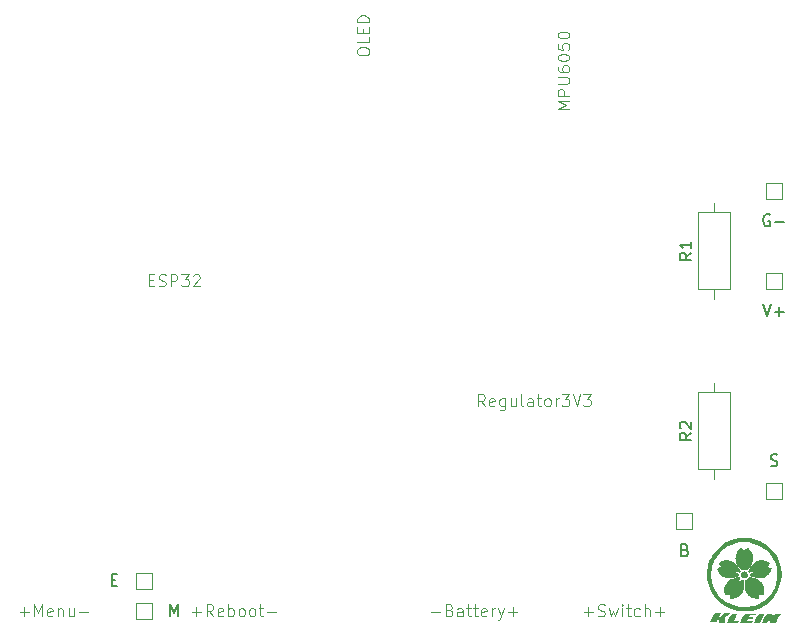
<source format=gbr>
%TF.GenerationSoftware,KiCad,Pcbnew,7.0.8*%
%TF.CreationDate,2025-10-26T15:42:26+01:00*%
%TF.ProjectId,Gyroskopicky-ovladac,4779726f-736b-46f7-9069-636b792d6f76,rev?*%
%TF.SameCoordinates,Original*%
%TF.FileFunction,Legend,Top*%
%TF.FilePolarity,Positive*%
%FSLAX46Y46*%
G04 Gerber Fmt 4.6, Leading zero omitted, Abs format (unit mm)*
G04 Created by KiCad (PCBNEW 7.0.8) date 2025-10-26 15:42:26*
%MOMM*%
%LPD*%
G01*
G04 APERTURE LIST*
%ADD10C,0.150000*%
%ADD11C,0.100000*%
%ADD12C,0.120000*%
G04 APERTURE END LIST*
D10*
X161607619Y-83274819D02*
X161940952Y-84274819D01*
X161940952Y-84274819D02*
X162274285Y-83274819D01*
X162607619Y-83893866D02*
X163369524Y-83893866D01*
X162988571Y-84274819D02*
X162988571Y-83512914D01*
X162274286Y-96927200D02*
X162417143Y-96974819D01*
X162417143Y-96974819D02*
X162655238Y-96974819D01*
X162655238Y-96974819D02*
X162750476Y-96927200D01*
X162750476Y-96927200D02*
X162798095Y-96879580D01*
X162798095Y-96879580D02*
X162845714Y-96784342D01*
X162845714Y-96784342D02*
X162845714Y-96689104D01*
X162845714Y-96689104D02*
X162798095Y-96593866D01*
X162798095Y-96593866D02*
X162750476Y-96546247D01*
X162750476Y-96546247D02*
X162655238Y-96498628D01*
X162655238Y-96498628D02*
X162464762Y-96451009D01*
X162464762Y-96451009D02*
X162369524Y-96403390D01*
X162369524Y-96403390D02*
X162321905Y-96355771D01*
X162321905Y-96355771D02*
X162274286Y-96260533D01*
X162274286Y-96260533D02*
X162274286Y-96165295D01*
X162274286Y-96165295D02*
X162321905Y-96070057D01*
X162321905Y-96070057D02*
X162369524Y-96022438D01*
X162369524Y-96022438D02*
X162464762Y-95974819D01*
X162464762Y-95974819D02*
X162702857Y-95974819D01*
X162702857Y-95974819D02*
X162845714Y-96022438D01*
X111426667Y-109674819D02*
X111426667Y-108674819D01*
X111426667Y-108674819D02*
X111760000Y-109389104D01*
X111760000Y-109389104D02*
X112093333Y-108674819D01*
X112093333Y-108674819D02*
X112093333Y-109674819D01*
X162202857Y-75702438D02*
X162107619Y-75654819D01*
X162107619Y-75654819D02*
X161964762Y-75654819D01*
X161964762Y-75654819D02*
X161821905Y-75702438D01*
X161821905Y-75702438D02*
X161726667Y-75797676D01*
X161726667Y-75797676D02*
X161679048Y-75892914D01*
X161679048Y-75892914D02*
X161631429Y-76083390D01*
X161631429Y-76083390D02*
X161631429Y-76226247D01*
X161631429Y-76226247D02*
X161679048Y-76416723D01*
X161679048Y-76416723D02*
X161726667Y-76511961D01*
X161726667Y-76511961D02*
X161821905Y-76607200D01*
X161821905Y-76607200D02*
X161964762Y-76654819D01*
X161964762Y-76654819D02*
X162060000Y-76654819D01*
X162060000Y-76654819D02*
X162202857Y-76607200D01*
X162202857Y-76607200D02*
X162250476Y-76559580D01*
X162250476Y-76559580D02*
X162250476Y-76226247D01*
X162250476Y-76226247D02*
X162060000Y-76226247D01*
X162679048Y-76273866D02*
X163440953Y-76273866D01*
X106465714Y-106611009D02*
X106799047Y-106611009D01*
X106941904Y-107134819D02*
X106465714Y-107134819D01*
X106465714Y-107134819D02*
X106465714Y-106134819D01*
X106465714Y-106134819D02*
X106941904Y-106134819D01*
X155011428Y-104071009D02*
X155154285Y-104118628D01*
X155154285Y-104118628D02*
X155201904Y-104166247D01*
X155201904Y-104166247D02*
X155249523Y-104261485D01*
X155249523Y-104261485D02*
X155249523Y-104404342D01*
X155249523Y-104404342D02*
X155201904Y-104499580D01*
X155201904Y-104499580D02*
X155154285Y-104547200D01*
X155154285Y-104547200D02*
X155059047Y-104594819D01*
X155059047Y-104594819D02*
X154678095Y-104594819D01*
X154678095Y-104594819D02*
X154678095Y-103594819D01*
X154678095Y-103594819D02*
X155011428Y-103594819D01*
X155011428Y-103594819D02*
X155106666Y-103642438D01*
X155106666Y-103642438D02*
X155154285Y-103690057D01*
X155154285Y-103690057D02*
X155201904Y-103785295D01*
X155201904Y-103785295D02*
X155201904Y-103880533D01*
X155201904Y-103880533D02*
X155154285Y-103975771D01*
X155154285Y-103975771D02*
X155106666Y-104023390D01*
X155106666Y-104023390D02*
X155011428Y-104071009D01*
X155011428Y-104071009D02*
X154678095Y-104071009D01*
D11*
X109617143Y-81213609D02*
X109950476Y-81213609D01*
X110093333Y-81737419D02*
X109617143Y-81737419D01*
X109617143Y-81737419D02*
X109617143Y-80737419D01*
X109617143Y-80737419D02*
X110093333Y-80737419D01*
X110474286Y-81689800D02*
X110617143Y-81737419D01*
X110617143Y-81737419D02*
X110855238Y-81737419D01*
X110855238Y-81737419D02*
X110950476Y-81689800D01*
X110950476Y-81689800D02*
X110998095Y-81642180D01*
X110998095Y-81642180D02*
X111045714Y-81546942D01*
X111045714Y-81546942D02*
X111045714Y-81451704D01*
X111045714Y-81451704D02*
X110998095Y-81356466D01*
X110998095Y-81356466D02*
X110950476Y-81308847D01*
X110950476Y-81308847D02*
X110855238Y-81261228D01*
X110855238Y-81261228D02*
X110664762Y-81213609D01*
X110664762Y-81213609D02*
X110569524Y-81165990D01*
X110569524Y-81165990D02*
X110521905Y-81118371D01*
X110521905Y-81118371D02*
X110474286Y-81023133D01*
X110474286Y-81023133D02*
X110474286Y-80927895D01*
X110474286Y-80927895D02*
X110521905Y-80832657D01*
X110521905Y-80832657D02*
X110569524Y-80785038D01*
X110569524Y-80785038D02*
X110664762Y-80737419D01*
X110664762Y-80737419D02*
X110902857Y-80737419D01*
X110902857Y-80737419D02*
X111045714Y-80785038D01*
X111474286Y-81737419D02*
X111474286Y-80737419D01*
X111474286Y-80737419D02*
X111855238Y-80737419D01*
X111855238Y-80737419D02*
X111950476Y-80785038D01*
X111950476Y-80785038D02*
X111998095Y-80832657D01*
X111998095Y-80832657D02*
X112045714Y-80927895D01*
X112045714Y-80927895D02*
X112045714Y-81070752D01*
X112045714Y-81070752D02*
X111998095Y-81165990D01*
X111998095Y-81165990D02*
X111950476Y-81213609D01*
X111950476Y-81213609D02*
X111855238Y-81261228D01*
X111855238Y-81261228D02*
X111474286Y-81261228D01*
X112379048Y-80737419D02*
X112998095Y-80737419D01*
X112998095Y-80737419D02*
X112664762Y-81118371D01*
X112664762Y-81118371D02*
X112807619Y-81118371D01*
X112807619Y-81118371D02*
X112902857Y-81165990D01*
X112902857Y-81165990D02*
X112950476Y-81213609D01*
X112950476Y-81213609D02*
X112998095Y-81308847D01*
X112998095Y-81308847D02*
X112998095Y-81546942D01*
X112998095Y-81546942D02*
X112950476Y-81642180D01*
X112950476Y-81642180D02*
X112902857Y-81689800D01*
X112902857Y-81689800D02*
X112807619Y-81737419D01*
X112807619Y-81737419D02*
X112521905Y-81737419D01*
X112521905Y-81737419D02*
X112426667Y-81689800D01*
X112426667Y-81689800D02*
X112379048Y-81642180D01*
X113379048Y-80832657D02*
X113426667Y-80785038D01*
X113426667Y-80785038D02*
X113521905Y-80737419D01*
X113521905Y-80737419D02*
X113760000Y-80737419D01*
X113760000Y-80737419D02*
X113855238Y-80785038D01*
X113855238Y-80785038D02*
X113902857Y-80832657D01*
X113902857Y-80832657D02*
X113950476Y-80927895D01*
X113950476Y-80927895D02*
X113950476Y-81023133D01*
X113950476Y-81023133D02*
X113902857Y-81165990D01*
X113902857Y-81165990D02*
X113331429Y-81737419D01*
X113331429Y-81737419D02*
X113950476Y-81737419D01*
X113268571Y-109296466D02*
X114030476Y-109296466D01*
X113649523Y-109677419D02*
X113649523Y-108915514D01*
X115078094Y-109677419D02*
X114744761Y-109201228D01*
X114506666Y-109677419D02*
X114506666Y-108677419D01*
X114506666Y-108677419D02*
X114887618Y-108677419D01*
X114887618Y-108677419D02*
X114982856Y-108725038D01*
X114982856Y-108725038D02*
X115030475Y-108772657D01*
X115030475Y-108772657D02*
X115078094Y-108867895D01*
X115078094Y-108867895D02*
X115078094Y-109010752D01*
X115078094Y-109010752D02*
X115030475Y-109105990D01*
X115030475Y-109105990D02*
X114982856Y-109153609D01*
X114982856Y-109153609D02*
X114887618Y-109201228D01*
X114887618Y-109201228D02*
X114506666Y-109201228D01*
X115887618Y-109629800D02*
X115792380Y-109677419D01*
X115792380Y-109677419D02*
X115601904Y-109677419D01*
X115601904Y-109677419D02*
X115506666Y-109629800D01*
X115506666Y-109629800D02*
X115459047Y-109534561D01*
X115459047Y-109534561D02*
X115459047Y-109153609D01*
X115459047Y-109153609D02*
X115506666Y-109058371D01*
X115506666Y-109058371D02*
X115601904Y-109010752D01*
X115601904Y-109010752D02*
X115792380Y-109010752D01*
X115792380Y-109010752D02*
X115887618Y-109058371D01*
X115887618Y-109058371D02*
X115935237Y-109153609D01*
X115935237Y-109153609D02*
X115935237Y-109248847D01*
X115935237Y-109248847D02*
X115459047Y-109344085D01*
X116363809Y-109677419D02*
X116363809Y-108677419D01*
X116363809Y-109058371D02*
X116459047Y-109010752D01*
X116459047Y-109010752D02*
X116649523Y-109010752D01*
X116649523Y-109010752D02*
X116744761Y-109058371D01*
X116744761Y-109058371D02*
X116792380Y-109105990D01*
X116792380Y-109105990D02*
X116839999Y-109201228D01*
X116839999Y-109201228D02*
X116839999Y-109486942D01*
X116839999Y-109486942D02*
X116792380Y-109582180D01*
X116792380Y-109582180D02*
X116744761Y-109629800D01*
X116744761Y-109629800D02*
X116649523Y-109677419D01*
X116649523Y-109677419D02*
X116459047Y-109677419D01*
X116459047Y-109677419D02*
X116363809Y-109629800D01*
X117411428Y-109677419D02*
X117316190Y-109629800D01*
X117316190Y-109629800D02*
X117268571Y-109582180D01*
X117268571Y-109582180D02*
X117220952Y-109486942D01*
X117220952Y-109486942D02*
X117220952Y-109201228D01*
X117220952Y-109201228D02*
X117268571Y-109105990D01*
X117268571Y-109105990D02*
X117316190Y-109058371D01*
X117316190Y-109058371D02*
X117411428Y-109010752D01*
X117411428Y-109010752D02*
X117554285Y-109010752D01*
X117554285Y-109010752D02*
X117649523Y-109058371D01*
X117649523Y-109058371D02*
X117697142Y-109105990D01*
X117697142Y-109105990D02*
X117744761Y-109201228D01*
X117744761Y-109201228D02*
X117744761Y-109486942D01*
X117744761Y-109486942D02*
X117697142Y-109582180D01*
X117697142Y-109582180D02*
X117649523Y-109629800D01*
X117649523Y-109629800D02*
X117554285Y-109677419D01*
X117554285Y-109677419D02*
X117411428Y-109677419D01*
X118316190Y-109677419D02*
X118220952Y-109629800D01*
X118220952Y-109629800D02*
X118173333Y-109582180D01*
X118173333Y-109582180D02*
X118125714Y-109486942D01*
X118125714Y-109486942D02*
X118125714Y-109201228D01*
X118125714Y-109201228D02*
X118173333Y-109105990D01*
X118173333Y-109105990D02*
X118220952Y-109058371D01*
X118220952Y-109058371D02*
X118316190Y-109010752D01*
X118316190Y-109010752D02*
X118459047Y-109010752D01*
X118459047Y-109010752D02*
X118554285Y-109058371D01*
X118554285Y-109058371D02*
X118601904Y-109105990D01*
X118601904Y-109105990D02*
X118649523Y-109201228D01*
X118649523Y-109201228D02*
X118649523Y-109486942D01*
X118649523Y-109486942D02*
X118601904Y-109582180D01*
X118601904Y-109582180D02*
X118554285Y-109629800D01*
X118554285Y-109629800D02*
X118459047Y-109677419D01*
X118459047Y-109677419D02*
X118316190Y-109677419D01*
X118935238Y-109010752D02*
X119316190Y-109010752D01*
X119078095Y-108677419D02*
X119078095Y-109534561D01*
X119078095Y-109534561D02*
X119125714Y-109629800D01*
X119125714Y-109629800D02*
X119220952Y-109677419D01*
X119220952Y-109677419D02*
X119316190Y-109677419D01*
X119649524Y-109296466D02*
X120411429Y-109296466D01*
D10*
X155564819Y-78906666D02*
X155088628Y-79239999D01*
X155564819Y-79478094D02*
X154564819Y-79478094D01*
X154564819Y-79478094D02*
X154564819Y-79097142D01*
X154564819Y-79097142D02*
X154612438Y-79001904D01*
X154612438Y-79001904D02*
X154660057Y-78954285D01*
X154660057Y-78954285D02*
X154755295Y-78906666D01*
X154755295Y-78906666D02*
X154898152Y-78906666D01*
X154898152Y-78906666D02*
X154993390Y-78954285D01*
X154993390Y-78954285D02*
X155041009Y-79001904D01*
X155041009Y-79001904D02*
X155088628Y-79097142D01*
X155088628Y-79097142D02*
X155088628Y-79478094D01*
X155564819Y-77954285D02*
X155564819Y-78525713D01*
X155564819Y-78239999D02*
X154564819Y-78239999D01*
X154564819Y-78239999D02*
X154707676Y-78335237D01*
X154707676Y-78335237D02*
X154802914Y-78430475D01*
X154802914Y-78430475D02*
X154850533Y-78525713D01*
D11*
X145237419Y-66761904D02*
X144237419Y-66761904D01*
X144237419Y-66761904D02*
X144951704Y-66428571D01*
X144951704Y-66428571D02*
X144237419Y-66095238D01*
X144237419Y-66095238D02*
X145237419Y-66095238D01*
X145237419Y-65619047D02*
X144237419Y-65619047D01*
X144237419Y-65619047D02*
X144237419Y-65238095D01*
X144237419Y-65238095D02*
X144285038Y-65142857D01*
X144285038Y-65142857D02*
X144332657Y-65095238D01*
X144332657Y-65095238D02*
X144427895Y-65047619D01*
X144427895Y-65047619D02*
X144570752Y-65047619D01*
X144570752Y-65047619D02*
X144665990Y-65095238D01*
X144665990Y-65095238D02*
X144713609Y-65142857D01*
X144713609Y-65142857D02*
X144761228Y-65238095D01*
X144761228Y-65238095D02*
X144761228Y-65619047D01*
X144237419Y-64619047D02*
X145046942Y-64619047D01*
X145046942Y-64619047D02*
X145142180Y-64571428D01*
X145142180Y-64571428D02*
X145189800Y-64523809D01*
X145189800Y-64523809D02*
X145237419Y-64428571D01*
X145237419Y-64428571D02*
X145237419Y-64238095D01*
X145237419Y-64238095D02*
X145189800Y-64142857D01*
X145189800Y-64142857D02*
X145142180Y-64095238D01*
X145142180Y-64095238D02*
X145046942Y-64047619D01*
X145046942Y-64047619D02*
X144237419Y-64047619D01*
X144237419Y-63142857D02*
X144237419Y-63333333D01*
X144237419Y-63333333D02*
X144285038Y-63428571D01*
X144285038Y-63428571D02*
X144332657Y-63476190D01*
X144332657Y-63476190D02*
X144475514Y-63571428D01*
X144475514Y-63571428D02*
X144665990Y-63619047D01*
X144665990Y-63619047D02*
X145046942Y-63619047D01*
X145046942Y-63619047D02*
X145142180Y-63571428D01*
X145142180Y-63571428D02*
X145189800Y-63523809D01*
X145189800Y-63523809D02*
X145237419Y-63428571D01*
X145237419Y-63428571D02*
X145237419Y-63238095D01*
X145237419Y-63238095D02*
X145189800Y-63142857D01*
X145189800Y-63142857D02*
X145142180Y-63095238D01*
X145142180Y-63095238D02*
X145046942Y-63047619D01*
X145046942Y-63047619D02*
X144808847Y-63047619D01*
X144808847Y-63047619D02*
X144713609Y-63095238D01*
X144713609Y-63095238D02*
X144665990Y-63142857D01*
X144665990Y-63142857D02*
X144618371Y-63238095D01*
X144618371Y-63238095D02*
X144618371Y-63428571D01*
X144618371Y-63428571D02*
X144665990Y-63523809D01*
X144665990Y-63523809D02*
X144713609Y-63571428D01*
X144713609Y-63571428D02*
X144808847Y-63619047D01*
X144237419Y-62428571D02*
X144237419Y-62333333D01*
X144237419Y-62333333D02*
X144285038Y-62238095D01*
X144285038Y-62238095D02*
X144332657Y-62190476D01*
X144332657Y-62190476D02*
X144427895Y-62142857D01*
X144427895Y-62142857D02*
X144618371Y-62095238D01*
X144618371Y-62095238D02*
X144856466Y-62095238D01*
X144856466Y-62095238D02*
X145046942Y-62142857D01*
X145046942Y-62142857D02*
X145142180Y-62190476D01*
X145142180Y-62190476D02*
X145189800Y-62238095D01*
X145189800Y-62238095D02*
X145237419Y-62333333D01*
X145237419Y-62333333D02*
X145237419Y-62428571D01*
X145237419Y-62428571D02*
X145189800Y-62523809D01*
X145189800Y-62523809D02*
X145142180Y-62571428D01*
X145142180Y-62571428D02*
X145046942Y-62619047D01*
X145046942Y-62619047D02*
X144856466Y-62666666D01*
X144856466Y-62666666D02*
X144618371Y-62666666D01*
X144618371Y-62666666D02*
X144427895Y-62619047D01*
X144427895Y-62619047D02*
X144332657Y-62571428D01*
X144332657Y-62571428D02*
X144285038Y-62523809D01*
X144285038Y-62523809D02*
X144237419Y-62428571D01*
X144237419Y-61190476D02*
X144237419Y-61666666D01*
X144237419Y-61666666D02*
X144713609Y-61714285D01*
X144713609Y-61714285D02*
X144665990Y-61666666D01*
X144665990Y-61666666D02*
X144618371Y-61571428D01*
X144618371Y-61571428D02*
X144618371Y-61333333D01*
X144618371Y-61333333D02*
X144665990Y-61238095D01*
X144665990Y-61238095D02*
X144713609Y-61190476D01*
X144713609Y-61190476D02*
X144808847Y-61142857D01*
X144808847Y-61142857D02*
X145046942Y-61142857D01*
X145046942Y-61142857D02*
X145142180Y-61190476D01*
X145142180Y-61190476D02*
X145189800Y-61238095D01*
X145189800Y-61238095D02*
X145237419Y-61333333D01*
X145237419Y-61333333D02*
X145237419Y-61571428D01*
X145237419Y-61571428D02*
X145189800Y-61666666D01*
X145189800Y-61666666D02*
X145142180Y-61714285D01*
X144237419Y-60523809D02*
X144237419Y-60428571D01*
X144237419Y-60428571D02*
X144285038Y-60333333D01*
X144285038Y-60333333D02*
X144332657Y-60285714D01*
X144332657Y-60285714D02*
X144427895Y-60238095D01*
X144427895Y-60238095D02*
X144618371Y-60190476D01*
X144618371Y-60190476D02*
X144856466Y-60190476D01*
X144856466Y-60190476D02*
X145046942Y-60238095D01*
X145046942Y-60238095D02*
X145142180Y-60285714D01*
X145142180Y-60285714D02*
X145189800Y-60333333D01*
X145189800Y-60333333D02*
X145237419Y-60428571D01*
X145237419Y-60428571D02*
X145237419Y-60523809D01*
X145237419Y-60523809D02*
X145189800Y-60619047D01*
X145189800Y-60619047D02*
X145142180Y-60666666D01*
X145142180Y-60666666D02*
X145046942Y-60714285D01*
X145046942Y-60714285D02*
X144856466Y-60761904D01*
X144856466Y-60761904D02*
X144618371Y-60761904D01*
X144618371Y-60761904D02*
X144427895Y-60714285D01*
X144427895Y-60714285D02*
X144332657Y-60666666D01*
X144332657Y-60666666D02*
X144285038Y-60619047D01*
X144285038Y-60619047D02*
X144237419Y-60523809D01*
X127277809Y-61954742D02*
X127277809Y-61764266D01*
X127277809Y-61764266D02*
X127325428Y-61669028D01*
X127325428Y-61669028D02*
X127420666Y-61573790D01*
X127420666Y-61573790D02*
X127611142Y-61526171D01*
X127611142Y-61526171D02*
X127944475Y-61526171D01*
X127944475Y-61526171D02*
X128134951Y-61573790D01*
X128134951Y-61573790D02*
X128230190Y-61669028D01*
X128230190Y-61669028D02*
X128277809Y-61764266D01*
X128277809Y-61764266D02*
X128277809Y-61954742D01*
X128277809Y-61954742D02*
X128230190Y-62049980D01*
X128230190Y-62049980D02*
X128134951Y-62145218D01*
X128134951Y-62145218D02*
X127944475Y-62192837D01*
X127944475Y-62192837D02*
X127611142Y-62192837D01*
X127611142Y-62192837D02*
X127420666Y-62145218D01*
X127420666Y-62145218D02*
X127325428Y-62049980D01*
X127325428Y-62049980D02*
X127277809Y-61954742D01*
X128277809Y-60621409D02*
X128277809Y-61097599D01*
X128277809Y-61097599D02*
X127277809Y-61097599D01*
X127753999Y-60288075D02*
X127753999Y-59954742D01*
X128277809Y-59811885D02*
X128277809Y-60288075D01*
X128277809Y-60288075D02*
X127277809Y-60288075D01*
X127277809Y-60288075D02*
X127277809Y-59811885D01*
X128277809Y-59383313D02*
X127277809Y-59383313D01*
X127277809Y-59383313D02*
X127277809Y-59145218D01*
X127277809Y-59145218D02*
X127325428Y-59002361D01*
X127325428Y-59002361D02*
X127420666Y-58907123D01*
X127420666Y-58907123D02*
X127515904Y-58859504D01*
X127515904Y-58859504D02*
X127706380Y-58811885D01*
X127706380Y-58811885D02*
X127849237Y-58811885D01*
X127849237Y-58811885D02*
X128039713Y-58859504D01*
X128039713Y-58859504D02*
X128134951Y-58907123D01*
X128134951Y-58907123D02*
X128230190Y-59002361D01*
X128230190Y-59002361D02*
X128277809Y-59145218D01*
X128277809Y-59145218D02*
X128277809Y-59383313D01*
X133517142Y-109296466D02*
X134279047Y-109296466D01*
X135088570Y-109153609D02*
X135231427Y-109201228D01*
X135231427Y-109201228D02*
X135279046Y-109248847D01*
X135279046Y-109248847D02*
X135326665Y-109344085D01*
X135326665Y-109344085D02*
X135326665Y-109486942D01*
X135326665Y-109486942D02*
X135279046Y-109582180D01*
X135279046Y-109582180D02*
X135231427Y-109629800D01*
X135231427Y-109629800D02*
X135136189Y-109677419D01*
X135136189Y-109677419D02*
X134755237Y-109677419D01*
X134755237Y-109677419D02*
X134755237Y-108677419D01*
X134755237Y-108677419D02*
X135088570Y-108677419D01*
X135088570Y-108677419D02*
X135183808Y-108725038D01*
X135183808Y-108725038D02*
X135231427Y-108772657D01*
X135231427Y-108772657D02*
X135279046Y-108867895D01*
X135279046Y-108867895D02*
X135279046Y-108963133D01*
X135279046Y-108963133D02*
X135231427Y-109058371D01*
X135231427Y-109058371D02*
X135183808Y-109105990D01*
X135183808Y-109105990D02*
X135088570Y-109153609D01*
X135088570Y-109153609D02*
X134755237Y-109153609D01*
X136183808Y-109677419D02*
X136183808Y-109153609D01*
X136183808Y-109153609D02*
X136136189Y-109058371D01*
X136136189Y-109058371D02*
X136040951Y-109010752D01*
X136040951Y-109010752D02*
X135850475Y-109010752D01*
X135850475Y-109010752D02*
X135755237Y-109058371D01*
X136183808Y-109629800D02*
X136088570Y-109677419D01*
X136088570Y-109677419D02*
X135850475Y-109677419D01*
X135850475Y-109677419D02*
X135755237Y-109629800D01*
X135755237Y-109629800D02*
X135707618Y-109534561D01*
X135707618Y-109534561D02*
X135707618Y-109439323D01*
X135707618Y-109439323D02*
X135755237Y-109344085D01*
X135755237Y-109344085D02*
X135850475Y-109296466D01*
X135850475Y-109296466D02*
X136088570Y-109296466D01*
X136088570Y-109296466D02*
X136183808Y-109248847D01*
X136517142Y-109010752D02*
X136898094Y-109010752D01*
X136659999Y-108677419D02*
X136659999Y-109534561D01*
X136659999Y-109534561D02*
X136707618Y-109629800D01*
X136707618Y-109629800D02*
X136802856Y-109677419D01*
X136802856Y-109677419D02*
X136898094Y-109677419D01*
X137088571Y-109010752D02*
X137469523Y-109010752D01*
X137231428Y-108677419D02*
X137231428Y-109534561D01*
X137231428Y-109534561D02*
X137279047Y-109629800D01*
X137279047Y-109629800D02*
X137374285Y-109677419D01*
X137374285Y-109677419D02*
X137469523Y-109677419D01*
X138183809Y-109629800D02*
X138088571Y-109677419D01*
X138088571Y-109677419D02*
X137898095Y-109677419D01*
X137898095Y-109677419D02*
X137802857Y-109629800D01*
X137802857Y-109629800D02*
X137755238Y-109534561D01*
X137755238Y-109534561D02*
X137755238Y-109153609D01*
X137755238Y-109153609D02*
X137802857Y-109058371D01*
X137802857Y-109058371D02*
X137898095Y-109010752D01*
X137898095Y-109010752D02*
X138088571Y-109010752D01*
X138088571Y-109010752D02*
X138183809Y-109058371D01*
X138183809Y-109058371D02*
X138231428Y-109153609D01*
X138231428Y-109153609D02*
X138231428Y-109248847D01*
X138231428Y-109248847D02*
X137755238Y-109344085D01*
X138660000Y-109677419D02*
X138660000Y-109010752D01*
X138660000Y-109201228D02*
X138707619Y-109105990D01*
X138707619Y-109105990D02*
X138755238Y-109058371D01*
X138755238Y-109058371D02*
X138850476Y-109010752D01*
X138850476Y-109010752D02*
X138945714Y-109010752D01*
X139183810Y-109010752D02*
X139421905Y-109677419D01*
X139660000Y-109010752D02*
X139421905Y-109677419D01*
X139421905Y-109677419D02*
X139326667Y-109915514D01*
X139326667Y-109915514D02*
X139279048Y-109963133D01*
X139279048Y-109963133D02*
X139183810Y-110010752D01*
X140040953Y-109296466D02*
X140802858Y-109296466D01*
X140421905Y-109677419D02*
X140421905Y-108915514D01*
X98695238Y-109296466D02*
X99457143Y-109296466D01*
X99076190Y-109677419D02*
X99076190Y-108915514D01*
X99933333Y-109677419D02*
X99933333Y-108677419D01*
X99933333Y-108677419D02*
X100266666Y-109391704D01*
X100266666Y-109391704D02*
X100599999Y-108677419D01*
X100599999Y-108677419D02*
X100599999Y-109677419D01*
X101457142Y-109629800D02*
X101361904Y-109677419D01*
X101361904Y-109677419D02*
X101171428Y-109677419D01*
X101171428Y-109677419D02*
X101076190Y-109629800D01*
X101076190Y-109629800D02*
X101028571Y-109534561D01*
X101028571Y-109534561D02*
X101028571Y-109153609D01*
X101028571Y-109153609D02*
X101076190Y-109058371D01*
X101076190Y-109058371D02*
X101171428Y-109010752D01*
X101171428Y-109010752D02*
X101361904Y-109010752D01*
X101361904Y-109010752D02*
X101457142Y-109058371D01*
X101457142Y-109058371D02*
X101504761Y-109153609D01*
X101504761Y-109153609D02*
X101504761Y-109248847D01*
X101504761Y-109248847D02*
X101028571Y-109344085D01*
X101933333Y-109010752D02*
X101933333Y-109677419D01*
X101933333Y-109105990D02*
X101980952Y-109058371D01*
X101980952Y-109058371D02*
X102076190Y-109010752D01*
X102076190Y-109010752D02*
X102219047Y-109010752D01*
X102219047Y-109010752D02*
X102314285Y-109058371D01*
X102314285Y-109058371D02*
X102361904Y-109153609D01*
X102361904Y-109153609D02*
X102361904Y-109677419D01*
X103266666Y-109010752D02*
X103266666Y-109677419D01*
X102838095Y-109010752D02*
X102838095Y-109534561D01*
X102838095Y-109534561D02*
X102885714Y-109629800D01*
X102885714Y-109629800D02*
X102980952Y-109677419D01*
X102980952Y-109677419D02*
X103123809Y-109677419D01*
X103123809Y-109677419D02*
X103219047Y-109629800D01*
X103219047Y-109629800D02*
X103266666Y-109582180D01*
X103742857Y-109296466D02*
X104504762Y-109296466D01*
D10*
X155564819Y-94146666D02*
X155088628Y-94479999D01*
X155564819Y-94718094D02*
X154564819Y-94718094D01*
X154564819Y-94718094D02*
X154564819Y-94337142D01*
X154564819Y-94337142D02*
X154612438Y-94241904D01*
X154612438Y-94241904D02*
X154660057Y-94194285D01*
X154660057Y-94194285D02*
X154755295Y-94146666D01*
X154755295Y-94146666D02*
X154898152Y-94146666D01*
X154898152Y-94146666D02*
X154993390Y-94194285D01*
X154993390Y-94194285D02*
X155041009Y-94241904D01*
X155041009Y-94241904D02*
X155088628Y-94337142D01*
X155088628Y-94337142D02*
X155088628Y-94718094D01*
X154660057Y-93765713D02*
X154612438Y-93718094D01*
X154612438Y-93718094D02*
X154564819Y-93622856D01*
X154564819Y-93622856D02*
X154564819Y-93384761D01*
X154564819Y-93384761D02*
X154612438Y-93289523D01*
X154612438Y-93289523D02*
X154660057Y-93241904D01*
X154660057Y-93241904D02*
X154755295Y-93194285D01*
X154755295Y-93194285D02*
X154850533Y-93194285D01*
X154850533Y-93194285D02*
X154993390Y-93241904D01*
X154993390Y-93241904D02*
X155564819Y-93813332D01*
X155564819Y-93813332D02*
X155564819Y-93194285D01*
D11*
X138073332Y-91897419D02*
X137739999Y-91421228D01*
X137501904Y-91897419D02*
X137501904Y-90897419D01*
X137501904Y-90897419D02*
X137882856Y-90897419D01*
X137882856Y-90897419D02*
X137978094Y-90945038D01*
X137978094Y-90945038D02*
X138025713Y-90992657D01*
X138025713Y-90992657D02*
X138073332Y-91087895D01*
X138073332Y-91087895D02*
X138073332Y-91230752D01*
X138073332Y-91230752D02*
X138025713Y-91325990D01*
X138025713Y-91325990D02*
X137978094Y-91373609D01*
X137978094Y-91373609D02*
X137882856Y-91421228D01*
X137882856Y-91421228D02*
X137501904Y-91421228D01*
X138882856Y-91849800D02*
X138787618Y-91897419D01*
X138787618Y-91897419D02*
X138597142Y-91897419D01*
X138597142Y-91897419D02*
X138501904Y-91849800D01*
X138501904Y-91849800D02*
X138454285Y-91754561D01*
X138454285Y-91754561D02*
X138454285Y-91373609D01*
X138454285Y-91373609D02*
X138501904Y-91278371D01*
X138501904Y-91278371D02*
X138597142Y-91230752D01*
X138597142Y-91230752D02*
X138787618Y-91230752D01*
X138787618Y-91230752D02*
X138882856Y-91278371D01*
X138882856Y-91278371D02*
X138930475Y-91373609D01*
X138930475Y-91373609D02*
X138930475Y-91468847D01*
X138930475Y-91468847D02*
X138454285Y-91564085D01*
X139787618Y-91230752D02*
X139787618Y-92040276D01*
X139787618Y-92040276D02*
X139739999Y-92135514D01*
X139739999Y-92135514D02*
X139692380Y-92183133D01*
X139692380Y-92183133D02*
X139597142Y-92230752D01*
X139597142Y-92230752D02*
X139454285Y-92230752D01*
X139454285Y-92230752D02*
X139359047Y-92183133D01*
X139787618Y-91849800D02*
X139692380Y-91897419D01*
X139692380Y-91897419D02*
X139501904Y-91897419D01*
X139501904Y-91897419D02*
X139406666Y-91849800D01*
X139406666Y-91849800D02*
X139359047Y-91802180D01*
X139359047Y-91802180D02*
X139311428Y-91706942D01*
X139311428Y-91706942D02*
X139311428Y-91421228D01*
X139311428Y-91421228D02*
X139359047Y-91325990D01*
X139359047Y-91325990D02*
X139406666Y-91278371D01*
X139406666Y-91278371D02*
X139501904Y-91230752D01*
X139501904Y-91230752D02*
X139692380Y-91230752D01*
X139692380Y-91230752D02*
X139787618Y-91278371D01*
X140692380Y-91230752D02*
X140692380Y-91897419D01*
X140263809Y-91230752D02*
X140263809Y-91754561D01*
X140263809Y-91754561D02*
X140311428Y-91849800D01*
X140311428Y-91849800D02*
X140406666Y-91897419D01*
X140406666Y-91897419D02*
X140549523Y-91897419D01*
X140549523Y-91897419D02*
X140644761Y-91849800D01*
X140644761Y-91849800D02*
X140692380Y-91802180D01*
X141311428Y-91897419D02*
X141216190Y-91849800D01*
X141216190Y-91849800D02*
X141168571Y-91754561D01*
X141168571Y-91754561D02*
X141168571Y-90897419D01*
X142120952Y-91897419D02*
X142120952Y-91373609D01*
X142120952Y-91373609D02*
X142073333Y-91278371D01*
X142073333Y-91278371D02*
X141978095Y-91230752D01*
X141978095Y-91230752D02*
X141787619Y-91230752D01*
X141787619Y-91230752D02*
X141692381Y-91278371D01*
X142120952Y-91849800D02*
X142025714Y-91897419D01*
X142025714Y-91897419D02*
X141787619Y-91897419D01*
X141787619Y-91897419D02*
X141692381Y-91849800D01*
X141692381Y-91849800D02*
X141644762Y-91754561D01*
X141644762Y-91754561D02*
X141644762Y-91659323D01*
X141644762Y-91659323D02*
X141692381Y-91564085D01*
X141692381Y-91564085D02*
X141787619Y-91516466D01*
X141787619Y-91516466D02*
X142025714Y-91516466D01*
X142025714Y-91516466D02*
X142120952Y-91468847D01*
X142454286Y-91230752D02*
X142835238Y-91230752D01*
X142597143Y-90897419D02*
X142597143Y-91754561D01*
X142597143Y-91754561D02*
X142644762Y-91849800D01*
X142644762Y-91849800D02*
X142740000Y-91897419D01*
X142740000Y-91897419D02*
X142835238Y-91897419D01*
X143311429Y-91897419D02*
X143216191Y-91849800D01*
X143216191Y-91849800D02*
X143168572Y-91802180D01*
X143168572Y-91802180D02*
X143120953Y-91706942D01*
X143120953Y-91706942D02*
X143120953Y-91421228D01*
X143120953Y-91421228D02*
X143168572Y-91325990D01*
X143168572Y-91325990D02*
X143216191Y-91278371D01*
X143216191Y-91278371D02*
X143311429Y-91230752D01*
X143311429Y-91230752D02*
X143454286Y-91230752D01*
X143454286Y-91230752D02*
X143549524Y-91278371D01*
X143549524Y-91278371D02*
X143597143Y-91325990D01*
X143597143Y-91325990D02*
X143644762Y-91421228D01*
X143644762Y-91421228D02*
X143644762Y-91706942D01*
X143644762Y-91706942D02*
X143597143Y-91802180D01*
X143597143Y-91802180D02*
X143549524Y-91849800D01*
X143549524Y-91849800D02*
X143454286Y-91897419D01*
X143454286Y-91897419D02*
X143311429Y-91897419D01*
X144073334Y-91897419D02*
X144073334Y-91230752D01*
X144073334Y-91421228D02*
X144120953Y-91325990D01*
X144120953Y-91325990D02*
X144168572Y-91278371D01*
X144168572Y-91278371D02*
X144263810Y-91230752D01*
X144263810Y-91230752D02*
X144359048Y-91230752D01*
X144597144Y-90897419D02*
X145216191Y-90897419D01*
X145216191Y-90897419D02*
X144882858Y-91278371D01*
X144882858Y-91278371D02*
X145025715Y-91278371D01*
X145025715Y-91278371D02*
X145120953Y-91325990D01*
X145120953Y-91325990D02*
X145168572Y-91373609D01*
X145168572Y-91373609D02*
X145216191Y-91468847D01*
X145216191Y-91468847D02*
X145216191Y-91706942D01*
X145216191Y-91706942D02*
X145168572Y-91802180D01*
X145168572Y-91802180D02*
X145120953Y-91849800D01*
X145120953Y-91849800D02*
X145025715Y-91897419D01*
X145025715Y-91897419D02*
X144740001Y-91897419D01*
X144740001Y-91897419D02*
X144644763Y-91849800D01*
X144644763Y-91849800D02*
X144597144Y-91802180D01*
X145501906Y-90897419D02*
X145835239Y-91897419D01*
X145835239Y-91897419D02*
X146168572Y-90897419D01*
X146406668Y-90897419D02*
X147025715Y-90897419D01*
X147025715Y-90897419D02*
X146692382Y-91278371D01*
X146692382Y-91278371D02*
X146835239Y-91278371D01*
X146835239Y-91278371D02*
X146930477Y-91325990D01*
X146930477Y-91325990D02*
X146978096Y-91373609D01*
X146978096Y-91373609D02*
X147025715Y-91468847D01*
X147025715Y-91468847D02*
X147025715Y-91706942D01*
X147025715Y-91706942D02*
X146978096Y-91802180D01*
X146978096Y-91802180D02*
X146930477Y-91849800D01*
X146930477Y-91849800D02*
X146835239Y-91897419D01*
X146835239Y-91897419D02*
X146549525Y-91897419D01*
X146549525Y-91897419D02*
X146454287Y-91849800D01*
X146454287Y-91849800D02*
X146406668Y-91802180D01*
X146455238Y-109296466D02*
X147217143Y-109296466D01*
X146836190Y-109677419D02*
X146836190Y-108915514D01*
X147645714Y-109629800D02*
X147788571Y-109677419D01*
X147788571Y-109677419D02*
X148026666Y-109677419D01*
X148026666Y-109677419D02*
X148121904Y-109629800D01*
X148121904Y-109629800D02*
X148169523Y-109582180D01*
X148169523Y-109582180D02*
X148217142Y-109486942D01*
X148217142Y-109486942D02*
X148217142Y-109391704D01*
X148217142Y-109391704D02*
X148169523Y-109296466D01*
X148169523Y-109296466D02*
X148121904Y-109248847D01*
X148121904Y-109248847D02*
X148026666Y-109201228D01*
X148026666Y-109201228D02*
X147836190Y-109153609D01*
X147836190Y-109153609D02*
X147740952Y-109105990D01*
X147740952Y-109105990D02*
X147693333Y-109058371D01*
X147693333Y-109058371D02*
X147645714Y-108963133D01*
X147645714Y-108963133D02*
X147645714Y-108867895D01*
X147645714Y-108867895D02*
X147693333Y-108772657D01*
X147693333Y-108772657D02*
X147740952Y-108725038D01*
X147740952Y-108725038D02*
X147836190Y-108677419D01*
X147836190Y-108677419D02*
X148074285Y-108677419D01*
X148074285Y-108677419D02*
X148217142Y-108725038D01*
X148550476Y-109010752D02*
X148740952Y-109677419D01*
X148740952Y-109677419D02*
X148931428Y-109201228D01*
X148931428Y-109201228D02*
X149121904Y-109677419D01*
X149121904Y-109677419D02*
X149312380Y-109010752D01*
X149693333Y-109677419D02*
X149693333Y-109010752D01*
X149693333Y-108677419D02*
X149645714Y-108725038D01*
X149645714Y-108725038D02*
X149693333Y-108772657D01*
X149693333Y-108772657D02*
X149740952Y-108725038D01*
X149740952Y-108725038D02*
X149693333Y-108677419D01*
X149693333Y-108677419D02*
X149693333Y-108772657D01*
X150026666Y-109010752D02*
X150407618Y-109010752D01*
X150169523Y-108677419D02*
X150169523Y-109534561D01*
X150169523Y-109534561D02*
X150217142Y-109629800D01*
X150217142Y-109629800D02*
X150312380Y-109677419D01*
X150312380Y-109677419D02*
X150407618Y-109677419D01*
X151169523Y-109629800D02*
X151074285Y-109677419D01*
X151074285Y-109677419D02*
X150883809Y-109677419D01*
X150883809Y-109677419D02*
X150788571Y-109629800D01*
X150788571Y-109629800D02*
X150740952Y-109582180D01*
X150740952Y-109582180D02*
X150693333Y-109486942D01*
X150693333Y-109486942D02*
X150693333Y-109201228D01*
X150693333Y-109201228D02*
X150740952Y-109105990D01*
X150740952Y-109105990D02*
X150788571Y-109058371D01*
X150788571Y-109058371D02*
X150883809Y-109010752D01*
X150883809Y-109010752D02*
X151074285Y-109010752D01*
X151074285Y-109010752D02*
X151169523Y-109058371D01*
X151598095Y-109677419D02*
X151598095Y-108677419D01*
X152026666Y-109677419D02*
X152026666Y-109153609D01*
X152026666Y-109153609D02*
X151979047Y-109058371D01*
X151979047Y-109058371D02*
X151883809Y-109010752D01*
X151883809Y-109010752D02*
X151740952Y-109010752D01*
X151740952Y-109010752D02*
X151645714Y-109058371D01*
X151645714Y-109058371D02*
X151598095Y-109105990D01*
X152502857Y-109296466D02*
X153264762Y-109296466D01*
X152883809Y-109677419D02*
X152883809Y-108915514D01*
D12*
%TO.C,V+*%
X161860000Y-81980000D02*
X161860000Y-80580000D01*
X163260000Y-80580000D02*
X163260000Y-81980000D01*
X161860000Y-80580000D02*
X163260000Y-80580000D01*
X163260000Y-81980000D02*
X161860000Y-81980000D01*
%TO.C,S*%
X161860000Y-99760000D02*
X161860000Y-98360000D01*
X163260000Y-98360000D02*
X163260000Y-99760000D01*
X161860000Y-98360000D02*
X163260000Y-98360000D01*
X163260000Y-99760000D02*
X161860000Y-99760000D01*
%TO.C,M*%
X108520000Y-109920000D02*
X108520000Y-108520000D01*
X109920000Y-108520000D02*
X109920000Y-109920000D01*
X108520000Y-108520000D02*
X109920000Y-108520000D01*
X109920000Y-109920000D02*
X108520000Y-109920000D01*
%TO.C,G-*%
X161860000Y-74360000D02*
X161860000Y-72960000D01*
X163260000Y-72960000D02*
X163260000Y-74360000D01*
X161860000Y-72960000D02*
X163260000Y-72960000D01*
X163260000Y-74360000D02*
X161860000Y-74360000D01*
%TO.C,E*%
X108520000Y-107380000D02*
X108520000Y-105980000D01*
X109920000Y-105980000D02*
X109920000Y-107380000D01*
X108520000Y-105980000D02*
X109920000Y-105980000D01*
X109920000Y-107380000D02*
X108520000Y-107380000D01*
%TO.C,B*%
X154240000Y-102300000D02*
X154240000Y-100900000D01*
X155640000Y-100900000D02*
X155640000Y-102300000D01*
X154240000Y-100900000D02*
X155640000Y-100900000D01*
X155640000Y-102300000D02*
X154240000Y-102300000D01*
%TO.C,R1*%
X157480000Y-82780000D02*
X157480000Y-82010000D01*
X156110000Y-82010000D02*
X158850000Y-82010000D01*
X158850000Y-82010000D02*
X158850000Y-75470000D01*
X156110000Y-75470000D02*
X156110000Y-82010000D01*
X158850000Y-75470000D02*
X156110000Y-75470000D01*
X157480000Y-74700000D02*
X157480000Y-75470000D01*
%TO.C,kvetLogo*%
G36*
X161725761Y-109496532D02*
G01*
X161716019Y-109513957D01*
X161697540Y-109548090D01*
X161671594Y-109596542D01*
X161639455Y-109656922D01*
X161602394Y-109726842D01*
X161561682Y-109803911D01*
X161519167Y-109884647D01*
X161333528Y-110237725D01*
X161093053Y-110237725D01*
X160852577Y-110237725D01*
X161057796Y-109849609D01*
X161263015Y-109461494D01*
X161504865Y-109461494D01*
X161746716Y-109461494D01*
X161725761Y-109496532D01*
G37*
G36*
X159379600Y-109604342D02*
G01*
X159343871Y-109672010D01*
X159302562Y-109750110D01*
X159260227Y-109830040D01*
X159221419Y-109903200D01*
X159212662Y-109919686D01*
X159126738Y-110081400D01*
X159368717Y-110084299D01*
X159610697Y-110087197D01*
X159526957Y-110162215D01*
X159443217Y-110237233D01*
X159286893Y-110234967D01*
X159231102Y-110234204D01*
X159158991Y-110233285D01*
X159075804Y-110232275D01*
X158986781Y-110231235D01*
X158897166Y-110230229D01*
X158843490Y-110229649D01*
X158556411Y-110226596D01*
X158761538Y-109838655D01*
X158966665Y-109450713D01*
X159213639Y-109450713D01*
X159460613Y-109450713D01*
X159379600Y-109604342D01*
G37*
G36*
X160141776Y-105904836D02*
G01*
X160174102Y-105918381D01*
X160240357Y-105962127D01*
X160290960Y-106020313D01*
X160325011Y-106091651D01*
X160339352Y-106154508D01*
X160338079Y-106219504D01*
X160318889Y-106285783D01*
X160284519Y-106348428D01*
X160237704Y-106402525D01*
X160181181Y-106443156D01*
X160177707Y-106444973D01*
X160131098Y-106461233D01*
X160073454Y-106470540D01*
X160013683Y-106472308D01*
X159960693Y-106465955D01*
X159941816Y-106460434D01*
X159874818Y-106424534D01*
X159816852Y-106372075D01*
X159772517Y-106307601D01*
X159760284Y-106281103D01*
X159750229Y-106238998D01*
X159746824Y-106185509D01*
X159749853Y-106129691D01*
X159759101Y-106080600D01*
X159765481Y-106062548D01*
X159804737Y-105998201D01*
X159858142Y-105947398D01*
X159922121Y-105911399D01*
X159993102Y-105891466D01*
X160067511Y-105888858D01*
X160141776Y-105904836D01*
G37*
G36*
X162434941Y-109623209D02*
G01*
X162448411Y-109676792D01*
X162460647Y-109722001D01*
X162470578Y-109755127D01*
X162477131Y-109772461D01*
X162478580Y-109774142D01*
X162485796Y-109765127D01*
X162501031Y-109740292D01*
X162522364Y-109702952D01*
X162547876Y-109656422D01*
X162561308Y-109631294D01*
X162637051Y-109488446D01*
X162885138Y-109485555D01*
X163133225Y-109482664D01*
X162927553Y-109870976D01*
X162721880Y-110259287D01*
X162476406Y-110259287D01*
X162230933Y-110259287D01*
X162220488Y-110218858D01*
X162213397Y-110191327D01*
X162202633Y-110149432D01*
X162189871Y-110099700D01*
X162181034Y-110065229D01*
X162168613Y-110018426D01*
X162157506Y-109979595D01*
X162149092Y-109953378D01*
X162145244Y-109944627D01*
X162138301Y-109951151D01*
X162123419Y-109973919D01*
X162102377Y-110009927D01*
X162076951Y-110056171D01*
X162057606Y-110092811D01*
X161976749Y-110248397D01*
X161754264Y-110248451D01*
X161531779Y-110248506D01*
X161736998Y-109860390D01*
X161942217Y-109472275D01*
X162170252Y-109472275D01*
X162398287Y-109472275D01*
X162434941Y-109623209D01*
G37*
G36*
X160346425Y-109451025D02*
G01*
X160429634Y-109451897D01*
X160522051Y-109453237D01*
X160617502Y-109454949D01*
X160709816Y-109456940D01*
X160745968Y-109457832D01*
X161022632Y-109464951D01*
X161022632Y-109533299D01*
X161022632Y-109601647D01*
X160760900Y-109601647D01*
X160499169Y-109601647D01*
X160453721Y-109693285D01*
X160408273Y-109784923D01*
X160602252Y-109784923D01*
X160664230Y-109785270D01*
X160718014Y-109786232D01*
X160760201Y-109787694D01*
X160787389Y-109789541D01*
X160796231Y-109791500D01*
X160791515Y-109803660D01*
X160779152Y-109829218D01*
X160761818Y-109862642D01*
X160761807Y-109862663D01*
X160727383Y-109927250D01*
X160532711Y-109919574D01*
X160338039Y-109911899D01*
X160291466Y-109999345D01*
X160244892Y-110086791D01*
X160496304Y-110087260D01*
X160747717Y-110087730D01*
X160666859Y-110162509D01*
X160586002Y-110237288D01*
X160418897Y-110234995D01*
X160359740Y-110234220D01*
X160284470Y-110233289D01*
X160198532Y-110232267D01*
X160107374Y-110231218D01*
X160016442Y-110230207D01*
X159964712Y-110229649D01*
X159677633Y-110226596D01*
X159882760Y-109838655D01*
X160087887Y-109450713D01*
X160278596Y-109450713D01*
X160346425Y-109451025D01*
G37*
G36*
X157954161Y-109579670D02*
G01*
X157920347Y-109643287D01*
X157895682Y-109690268D01*
X157879395Y-109723119D01*
X157870714Y-109744347D01*
X157868869Y-109756459D01*
X157873086Y-109761962D01*
X157882596Y-109763364D01*
X157896625Y-109763171D01*
X157897688Y-109763162D01*
X157911858Y-109761152D01*
X157929502Y-109754261D01*
X157952860Y-109740988D01*
X157984174Y-109719829D01*
X158025688Y-109689279D01*
X158079643Y-109647837D01*
X158138718Y-109601538D01*
X158343557Y-109440113D01*
X158595042Y-109440023D01*
X158846526Y-109439932D01*
X158681289Y-109561561D01*
X158623342Y-109604234D01*
X158565716Y-109646700D01*
X158512880Y-109685667D01*
X158469301Y-109717838D01*
X158443724Y-109736752D01*
X158410355Y-109763256D01*
X158385012Y-109786793D01*
X158371887Y-109803348D01*
X158370952Y-109806486D01*
X158372352Y-109822165D01*
X158376506Y-109855226D01*
X158382881Y-109901744D01*
X158390944Y-109957790D01*
X158397301Y-110000544D01*
X158406277Y-110061177D01*
X158413995Y-110115272D01*
X158419905Y-110158828D01*
X158423460Y-110187841D01*
X158424253Y-110197296D01*
X158422928Y-110203247D01*
X158417160Y-110207802D01*
X158404432Y-110211146D01*
X158382225Y-110213463D01*
X158348022Y-110214938D01*
X158299305Y-110215757D01*
X158233556Y-110216102D01*
X158167081Y-110216163D01*
X157909748Y-110216163D01*
X157903066Y-110175734D01*
X157898966Y-110139592D01*
X157896537Y-110096371D01*
X157896265Y-110080287D01*
X157894965Y-110037361D01*
X157891763Y-109987197D01*
X157889165Y-109958475D01*
X157882184Y-109891682D01*
X157834122Y-109894903D01*
X157786060Y-109898124D01*
X157704718Y-110051753D01*
X157623375Y-110205382D01*
X157378256Y-110205382D01*
X157133137Y-110205382D01*
X157338356Y-109817266D01*
X157543575Y-109429151D01*
X157788836Y-109429151D01*
X158034097Y-109429151D01*
X157954161Y-109579670D01*
G37*
G36*
X160353472Y-103903354D02*
G01*
X160402193Y-103944002D01*
X160456755Y-103997478D01*
X160511934Y-104058104D01*
X160562505Y-104120203D01*
X160595928Y-104166818D01*
X160677842Y-104307070D01*
X160738366Y-104448636D01*
X160777490Y-104591059D01*
X160795203Y-104733883D01*
X160791496Y-104876649D01*
X160766359Y-105018900D01*
X160719782Y-105160180D01*
X160651754Y-105300032D01*
X160622030Y-105349910D01*
X160580475Y-105412023D01*
X160527712Y-105484257D01*
X160467764Y-105561470D01*
X160404655Y-105638520D01*
X160342408Y-105710267D01*
X160325119Y-105729318D01*
X160262572Y-105797440D01*
X160208667Y-105775955D01*
X160172136Y-105762359D01*
X160139355Y-105751751D01*
X160126771Y-105748472D01*
X160114849Y-105745214D01*
X160106676Y-105738964D01*
X160101260Y-105725926D01*
X160097606Y-105702306D01*
X160094725Y-105664310D01*
X160092018Y-105615588D01*
X160086405Y-105535886D01*
X160079014Y-105476586D01*
X160069588Y-105436580D01*
X160057868Y-105414764D01*
X160044026Y-105409941D01*
X160027891Y-105423813D01*
X160014086Y-105458108D01*
X160002867Y-105511783D01*
X159994488Y-105583799D01*
X159991614Y-105623533D01*
X159984669Y-105737883D01*
X159918782Y-105759652D01*
X159881406Y-105772323D01*
X159850513Y-105783369D01*
X159834964Y-105789485D01*
X159824229Y-105788956D01*
X159807752Y-105778497D01*
X159783536Y-105756308D01*
X159749585Y-105720587D01*
X159711490Y-105678140D01*
X159600926Y-105546440D01*
X159508862Y-105421936D01*
X159434266Y-105302690D01*
X159376107Y-105186765D01*
X159333353Y-105072224D01*
X159304972Y-104957129D01*
X159295674Y-104897387D01*
X159289281Y-104763322D01*
X159302662Y-104626614D01*
X159334702Y-104489957D01*
X159384284Y-104356045D01*
X159450291Y-104227572D01*
X159531607Y-104107231D01*
X159627116Y-103997717D01*
X159694414Y-103935202D01*
X159729930Y-103905805D01*
X159759944Y-103882636D01*
X159780374Y-103868758D01*
X159786424Y-103866163D01*
X159798341Y-103873592D01*
X159821531Y-103893714D01*
X159852750Y-103923282D01*
X159888751Y-103959050D01*
X159926287Y-103997769D01*
X159962114Y-104036194D01*
X159992986Y-104071076D01*
X160001966Y-104081782D01*
X160041906Y-104130297D01*
X160069709Y-104097954D01*
X160134987Y-104023081D01*
X160187915Y-103964746D01*
X160229128Y-103922274D01*
X160259260Y-103894987D01*
X160262938Y-103892105D01*
X160299823Y-103863972D01*
X160353472Y-103903354D01*
G37*
G36*
X158691621Y-104945859D02*
G01*
X158833954Y-104972123D01*
X158971898Y-105018274D01*
X159104068Y-105084006D01*
X159229076Y-105169014D01*
X159345537Y-105272992D01*
X159398498Y-105330127D01*
X159443385Y-105385617D01*
X159494210Y-105455124D01*
X159547426Y-105533302D01*
X159599488Y-105614802D01*
X159646850Y-105694278D01*
X159679543Y-105753903D01*
X159732592Y-105855639D01*
X159693295Y-105907121D01*
X159670301Y-105938016D01*
X159651850Y-105964181D01*
X159644013Y-105976445D01*
X159637555Y-105984307D01*
X159626772Y-105987128D01*
X159607396Y-105984429D01*
X159575155Y-105975725D01*
X159538623Y-105964550D01*
X159471472Y-105945475D01*
X159407874Y-105930825D01*
X159351415Y-105921128D01*
X159305683Y-105916914D01*
X159274264Y-105918711D01*
X159262670Y-105923866D01*
X159255895Y-105936932D01*
X159266384Y-105950813D01*
X159270722Y-105954308D01*
X159298018Y-105971540D01*
X159339809Y-105993354D01*
X159390272Y-106017113D01*
X159443585Y-106040178D01*
X159493925Y-106059913D01*
X159532146Y-106072726D01*
X159599512Y-106092436D01*
X159599449Y-106178684D01*
X159599386Y-106264932D01*
X159370368Y-106343015D01*
X159264523Y-106378424D01*
X159174800Y-106406755D01*
X159097324Y-106428996D01*
X159028220Y-106446131D01*
X158963612Y-106459149D01*
X158899626Y-106469033D01*
X158853383Y-106474590D01*
X158786907Y-106481039D01*
X158734162Y-106483923D01*
X158687610Y-106483222D01*
X158639713Y-106478917D01*
X158602720Y-106473950D01*
X158464034Y-106443134D01*
X158333143Y-106392562D01*
X158210700Y-106322822D01*
X158097355Y-106234500D01*
X157993762Y-106128185D01*
X157900572Y-106004464D01*
X157818436Y-105863925D01*
X157748008Y-105707155D01*
X157745753Y-105701356D01*
X157723752Y-105644486D01*
X157773704Y-105612807D01*
X157806105Y-105594856D01*
X157851336Y-105573134D01*
X157901925Y-105551135D01*
X157927283Y-105540974D01*
X157971396Y-105523533D01*
X158007960Y-105508427D01*
X158032288Y-105497631D01*
X158039493Y-105493723D01*
X158037939Y-105482124D01*
X158026673Y-105456860D01*
X158007794Y-105422307D01*
X157995190Y-105401355D01*
X157953409Y-105331777D01*
X157921321Y-105273626D01*
X157899732Y-105228537D01*
X157889445Y-105198140D01*
X157889355Y-105186596D01*
X157902495Y-105171192D01*
X157930656Y-105148814D01*
X157969610Y-105122206D01*
X158015132Y-105094113D01*
X158062996Y-105067283D01*
X158106135Y-105045764D01*
X158252157Y-104989433D01*
X158399337Y-104954209D01*
X158546287Y-104939786D01*
X158691621Y-104945859D01*
G37*
G36*
X161637370Y-104950520D02*
G01*
X161769277Y-104973854D01*
X161894573Y-105011379D01*
X162009718Y-105061913D01*
X162111178Y-105124275D01*
X162158065Y-105161606D01*
X162199228Y-105197614D01*
X162145593Y-105296052D01*
X162119354Y-105343249D01*
X162093230Y-105388619D01*
X162071159Y-105425391D01*
X162062280Y-105439336D01*
X162044971Y-105468714D01*
X162042251Y-105487736D01*
X162056177Y-105501159D01*
X162088803Y-105513738D01*
X162095340Y-105515815D01*
X162130092Y-105528391D01*
X162173336Y-105546416D01*
X162220191Y-105567558D01*
X162265780Y-105589481D01*
X162305225Y-105609854D01*
X162333647Y-105626342D01*
X162345382Y-105635419D01*
X162347956Y-105653929D01*
X162340388Y-105687418D01*
X162324215Y-105732740D01*
X162300975Y-105786748D01*
X162272204Y-105846296D01*
X162239439Y-105908238D01*
X162204218Y-105969427D01*
X162168078Y-106026716D01*
X162132555Y-106076961D01*
X162124748Y-106087046D01*
X162023988Y-106199032D01*
X161913040Y-106293456D01*
X161793368Y-106369664D01*
X161666435Y-106427003D01*
X161533703Y-106464817D01*
X161396636Y-106482455D01*
X161256697Y-106479261D01*
X161249032Y-106478477D01*
X161135842Y-106461232D01*
X161005432Y-106431734D01*
X160857642Y-106389944D01*
X160725241Y-106347109D01*
X160657178Y-106323689D01*
X160596527Y-106302190D01*
X160546083Y-106283656D01*
X160508643Y-106269129D01*
X160487002Y-106259653D01*
X160482734Y-106256652D01*
X160483149Y-106242683D01*
X160483452Y-106213248D01*
X160483581Y-106174442D01*
X160483582Y-106170378D01*
X160483582Y-106091996D01*
X160563617Y-106067152D01*
X160613271Y-106049900D01*
X160665237Y-106028761D01*
X160715594Y-106005715D01*
X160760422Y-105982741D01*
X160795800Y-105961817D01*
X160817809Y-105944923D01*
X160823183Y-105936112D01*
X160813405Y-105925967D01*
X160786641Y-105921095D01*
X160746744Y-105921240D01*
X160697570Y-105926146D01*
X160642973Y-105935557D01*
X160586807Y-105949217D01*
X160575221Y-105952587D01*
X160530915Y-105965862D01*
X160493346Y-105977092D01*
X160468090Y-105984612D01*
X160461866Y-105986447D01*
X160446017Y-105980187D01*
X160421929Y-105955419D01*
X160397904Y-105923656D01*
X160350269Y-105856110D01*
X160407459Y-105747872D01*
X160504268Y-105580287D01*
X160607559Y-105431449D01*
X160716897Y-105301805D01*
X160831843Y-105191797D01*
X160951962Y-105101872D01*
X161076818Y-105032473D01*
X161133123Y-105008562D01*
X161228676Y-104976298D01*
X161321094Y-104955582D01*
X161418843Y-104944898D01*
X161502386Y-104942558D01*
X161637370Y-104950520D01*
G37*
G36*
X160501021Y-106371443D02*
G01*
X160545390Y-106376710D01*
X160583672Y-106381737D01*
X160775722Y-106414798D01*
X160950949Y-106460477D01*
X161109176Y-106518689D01*
X161250222Y-106589353D01*
X161373908Y-106672386D01*
X161480055Y-106767703D01*
X161524552Y-106817587D01*
X161571679Y-106882731D01*
X161618275Y-106961781D01*
X161660598Y-107047323D01*
X161694905Y-107131941D01*
X161713581Y-107192097D01*
X161730186Y-107278038D01*
X161740094Y-107376452D01*
X161743022Y-107479224D01*
X161738685Y-107578240D01*
X161729621Y-107650288D01*
X161715019Y-107725641D01*
X161699345Y-107791439D01*
X161683449Y-107844918D01*
X161668184Y-107883316D01*
X161654400Y-107903871D01*
X161650803Y-107906099D01*
X161634759Y-107905905D01*
X161601866Y-107901001D01*
X161556136Y-107892134D01*
X161501578Y-107880054D01*
X161467626Y-107871909D01*
X161411077Y-107858253D01*
X161362346Y-107847040D01*
X161325051Y-107839057D01*
X161302813Y-107835093D01*
X161298179Y-107834993D01*
X161295582Y-107846545D01*
X161290996Y-107875538D01*
X161284998Y-107918005D01*
X161278165Y-107969978D01*
X161275800Y-107988740D01*
X161267020Y-108059849D01*
X161259981Y-108112441D01*
X161253218Y-108149321D01*
X161245268Y-108173294D01*
X161234664Y-108187167D01*
X161219944Y-108193743D01*
X161199642Y-108195829D01*
X161172293Y-108196230D01*
X161167434Y-108196319D01*
X161117404Y-108195722D01*
X161065216Y-108192532D01*
X161031930Y-108188772D01*
X160940142Y-108170991D01*
X160842755Y-108145358D01*
X160751222Y-108115025D01*
X160721042Y-108103204D01*
X160579108Y-108034622D01*
X160454359Y-107953015D01*
X160346791Y-107858380D01*
X160256398Y-107750711D01*
X160183178Y-107630002D01*
X160127126Y-107496248D01*
X160088238Y-107349445D01*
X160073437Y-107257450D01*
X160068217Y-107195016D01*
X160065727Y-107117093D01*
X160065817Y-107029559D01*
X160068335Y-106938293D01*
X160073128Y-106849174D01*
X160080044Y-106768081D01*
X160087617Y-106708975D01*
X160100857Y-106624749D01*
X160180933Y-106597874D01*
X160261009Y-106570999D01*
X160369601Y-106678225D01*
X160410819Y-106718119D01*
X160448536Y-106753151D01*
X160479208Y-106780133D01*
X160499292Y-106795878D01*
X160502609Y-106797876D01*
X160523560Y-106803491D01*
X160532288Y-106793809D01*
X160529560Y-106770742D01*
X160516141Y-106736202D01*
X160492798Y-106692103D01*
X160460298Y-106640356D01*
X160419408Y-106582874D01*
X160413089Y-106574520D01*
X160354085Y-106497074D01*
X160391606Y-106447920D01*
X160414108Y-106417648D01*
X160432005Y-106392162D01*
X160438926Y-106381253D01*
X160444558Y-106374194D01*
X160454312Y-106370197D01*
X160471898Y-106369276D01*
X160501021Y-106371443D01*
G37*
G36*
X159630798Y-106371359D02*
G01*
X159642011Y-106378421D01*
X159649446Y-106389925D01*
X159650880Y-106392977D01*
X159665242Y-106416922D01*
X159687361Y-106446456D01*
X159696191Y-106456910D01*
X159729825Y-106495217D01*
X159671894Y-106570195D01*
X159633735Y-106622683D01*
X159600789Y-106673908D01*
X159574749Y-106720605D01*
X159557308Y-106759508D01*
X159550159Y-106787353D01*
X159552998Y-106799483D01*
X159563749Y-106804326D01*
X159579413Y-106800046D01*
X159601871Y-106785194D01*
X159633005Y-106758321D01*
X159674694Y-106717978D01*
X159724013Y-106667693D01*
X159821531Y-106566799D01*
X159880337Y-106590725D01*
X159916507Y-106603940D01*
X159947724Y-106612772D01*
X159962187Y-106614983D01*
X159972805Y-106616890D01*
X159980547Y-106624791D01*
X159986710Y-106642491D01*
X159992589Y-106673797D01*
X159999481Y-106722515D01*
X159999921Y-106725819D01*
X160007044Y-106795823D01*
X160011831Y-106877663D01*
X160014325Y-106966562D01*
X160014569Y-107057741D01*
X160012608Y-107146423D01*
X160008485Y-107227830D01*
X160002244Y-107297183D01*
X159994209Y-107348421D01*
X159957770Y-107484775D01*
X159909768Y-107605404D01*
X159848438Y-107713789D01*
X159772013Y-107813412D01*
X159741495Y-107846725D01*
X159631380Y-107946832D01*
X159507635Y-108030775D01*
X159369902Y-108098735D01*
X159217821Y-108150891D01*
X159069094Y-108184346D01*
X159013492Y-108192501D01*
X158958926Y-108197661D01*
X158909838Y-108199714D01*
X158870673Y-108198550D01*
X158845875Y-108194057D01*
X158839947Y-108190090D01*
X158835779Y-108175266D01*
X158829711Y-108143411D01*
X158822406Y-108098899D01*
X158814528Y-108046107D01*
X158806742Y-107989411D01*
X158799712Y-107933189D01*
X158796073Y-107900946D01*
X158791011Y-107866075D01*
X158784948Y-107841728D01*
X158779738Y-107833565D01*
X158766536Y-107836016D01*
X158736358Y-107842757D01*
X158693155Y-107852874D01*
X158640875Y-107865452D01*
X158616953Y-107871299D01*
X158561087Y-107884721D01*
X158511692Y-107896039D01*
X158473020Y-107904320D01*
X158449322Y-107908629D01*
X158445018Y-107909032D01*
X158431635Y-107902939D01*
X158418187Y-107883351D01*
X158403870Y-107848302D01*
X158387875Y-107795827D01*
X158369835Y-107725755D01*
X158353919Y-107638037D01*
X158344947Y-107538736D01*
X158342942Y-107434996D01*
X158347928Y-107333959D01*
X158359929Y-107242767D01*
X158368080Y-107205019D01*
X158413247Y-107067331D01*
X158476506Y-106941178D01*
X158557625Y-106826733D01*
X158656373Y-106724167D01*
X158772519Y-106633651D01*
X158905830Y-106555356D01*
X159056075Y-106489454D01*
X159223023Y-106436116D01*
X159406441Y-106395514D01*
X159478185Y-106383790D01*
X159539501Y-106374952D01*
X159583043Y-106369810D01*
X159612309Y-106368550D01*
X159630798Y-106371359D01*
G37*
G36*
X160152399Y-103047654D02*
G01*
X160249522Y-103050046D01*
X160334442Y-103054359D01*
X160377326Y-103057900D01*
X160635232Y-103094166D01*
X160888534Y-103150965D01*
X161135836Y-103227713D01*
X161375743Y-103323828D01*
X161606859Y-103438725D01*
X161827787Y-103571823D01*
X162037134Y-103722537D01*
X162111511Y-103782760D01*
X162300896Y-103954829D01*
X162473745Y-104140374D01*
X162629553Y-104338449D01*
X162767812Y-104548108D01*
X162888016Y-104768405D01*
X162989660Y-104998395D01*
X163072236Y-105237133D01*
X163135239Y-105483671D01*
X163178162Y-105737065D01*
X163184027Y-105786094D01*
X163190997Y-105866630D01*
X163195994Y-105962044D01*
X163198968Y-106066328D01*
X163199872Y-106173474D01*
X163198658Y-106277474D01*
X163195277Y-106372320D01*
X163189682Y-106452003D01*
X163189376Y-106455152D01*
X163153372Y-106712827D01*
X163096989Y-106963602D01*
X163020426Y-107207012D01*
X162923882Y-107442593D01*
X162807557Y-107669879D01*
X162671650Y-107888407D01*
X162516361Y-108097711D01*
X162449947Y-108177485D01*
X162275611Y-108363968D01*
X162086854Y-108534925D01*
X161884845Y-108689724D01*
X161670757Y-108827732D01*
X161445757Y-108948316D01*
X161211018Y-109050845D01*
X160967710Y-109134686D01*
X160717002Y-109199207D01*
X160482279Y-109240756D01*
X160425273Y-109246931D01*
X160351554Y-109252262D01*
X160265830Y-109256643D01*
X160172809Y-109259972D01*
X160077198Y-109262146D01*
X159983705Y-109263060D01*
X159897038Y-109262610D01*
X159821904Y-109260695D01*
X159763012Y-109257209D01*
X159757438Y-109256697D01*
X159501536Y-109222294D01*
X159253419Y-109168815D01*
X159010687Y-109095578D01*
X158770946Y-109001900D01*
X158623863Y-108933797D01*
X158397492Y-108811089D01*
X158183743Y-108671555D01*
X157983387Y-108516191D01*
X157797194Y-108345993D01*
X157625936Y-108161957D01*
X157470382Y-107965079D01*
X157331305Y-107756354D01*
X157209475Y-107536779D01*
X157105663Y-107307348D01*
X157020639Y-107069058D01*
X156955174Y-106822905D01*
X156942179Y-106761376D01*
X156914529Y-106595317D01*
X156895046Y-106417212D01*
X156884093Y-106234212D01*
X156883101Y-106147071D01*
X157238506Y-106147071D01*
X157248889Y-106386730D01*
X157279500Y-106620790D01*
X157329535Y-106848394D01*
X157398185Y-107068685D01*
X157484647Y-107280804D01*
X157588114Y-107483893D01*
X157707779Y-107677094D01*
X157842838Y-107859549D01*
X157992484Y-108030401D01*
X158155911Y-108188792D01*
X158332313Y-108333863D01*
X158520884Y-108464757D01*
X158720819Y-108580616D01*
X158931312Y-108680581D01*
X159151556Y-108763796D01*
X159380746Y-108829401D01*
X159618076Y-108876540D01*
X159825942Y-108901475D01*
X159906598Y-108905813D01*
X160002334Y-108906982D01*
X160106937Y-108905206D01*
X160214192Y-108900710D01*
X160317887Y-108893718D01*
X160411809Y-108884453D01*
X160454829Y-108878796D01*
X160619837Y-108850873D01*
X160771722Y-108816575D01*
X160918506Y-108773743D01*
X161068211Y-108720218D01*
X161119661Y-108699824D01*
X161326695Y-108606848D01*
X161519737Y-108500761D01*
X161701903Y-108379481D01*
X161876310Y-108240927D01*
X162046073Y-108083016D01*
X162052308Y-108076772D01*
X162216331Y-107897196D01*
X162362091Y-107706262D01*
X162489385Y-107504391D01*
X162598010Y-107292002D01*
X162687765Y-107069517D01*
X162758445Y-106837356D01*
X162809850Y-106595939D01*
X162829209Y-106464380D01*
X162836432Y-106385909D01*
X162840905Y-106292035D01*
X162842711Y-106188297D01*
X162841933Y-106080229D01*
X162838653Y-105973368D01*
X162832952Y-105873251D01*
X162824914Y-105785414D01*
X162818408Y-105737114D01*
X162769678Y-105496178D01*
X162701628Y-105264566D01*
X162614442Y-105042647D01*
X162508302Y-104830788D01*
X162383391Y-104629358D01*
X162239892Y-104438724D01*
X162090197Y-104271735D01*
X161911143Y-104101178D01*
X161724330Y-103950186D01*
X161528834Y-103818289D01*
X161323729Y-103705018D01*
X161108091Y-103609902D01*
X160880998Y-103532472D01*
X160641523Y-103472259D01*
X160448531Y-103437395D01*
X160381219Y-103429641D01*
X160297197Y-103423840D01*
X160201182Y-103419987D01*
X160097892Y-103418078D01*
X159992043Y-103418106D01*
X159888354Y-103420067D01*
X159791542Y-103423955D01*
X159706323Y-103429764D01*
X159637416Y-103437490D01*
X159631885Y-103438324D01*
X159379039Y-103487463D01*
X159137177Y-103554618D01*
X158906748Y-103639512D01*
X158688203Y-103741868D01*
X158481989Y-103861409D01*
X158288556Y-103997856D01*
X158108354Y-104150934D01*
X157941831Y-104320366D01*
X157789437Y-104505873D01*
X157702204Y-104628901D01*
X157574536Y-104838354D01*
X157467142Y-105054890D01*
X157380174Y-105278012D01*
X157313784Y-105507222D01*
X157268125Y-105742022D01*
X157243349Y-105981914D01*
X157238506Y-106147071D01*
X156883101Y-106147071D01*
X156882036Y-106053469D01*
X156889238Y-105882134D01*
X156894368Y-105822089D01*
X156929608Y-105573470D01*
X156985246Y-105330002D01*
X157060493Y-105092830D01*
X157154561Y-104863096D01*
X157266661Y-104641944D01*
X157396004Y-104430518D01*
X157541803Y-104229962D01*
X157703269Y-104041418D01*
X157879612Y-103866030D01*
X158070046Y-103704942D01*
X158273780Y-103559298D01*
X158490027Y-103430241D01*
X158573674Y-103386611D01*
X158762824Y-103298296D01*
X158949815Y-103224946D01*
X159139415Y-103165165D01*
X159336387Y-103117562D01*
X159545499Y-103080742D01*
X159680333Y-103063066D01*
X159754218Y-103056473D01*
X159843984Y-103051593D01*
X159944014Y-103048469D01*
X160048691Y-103047142D01*
X160152399Y-103047654D01*
G37*
%TO.C,R2*%
X157480000Y-98020000D02*
X157480000Y-97250000D01*
X156110000Y-97250000D02*
X158850000Y-97250000D01*
X158850000Y-97250000D02*
X158850000Y-90710000D01*
X156110000Y-90710000D02*
X156110000Y-97250000D01*
X158850000Y-90710000D02*
X156110000Y-90710000D01*
X157480000Y-89940000D02*
X157480000Y-90710000D01*
%TD*%
M02*

</source>
